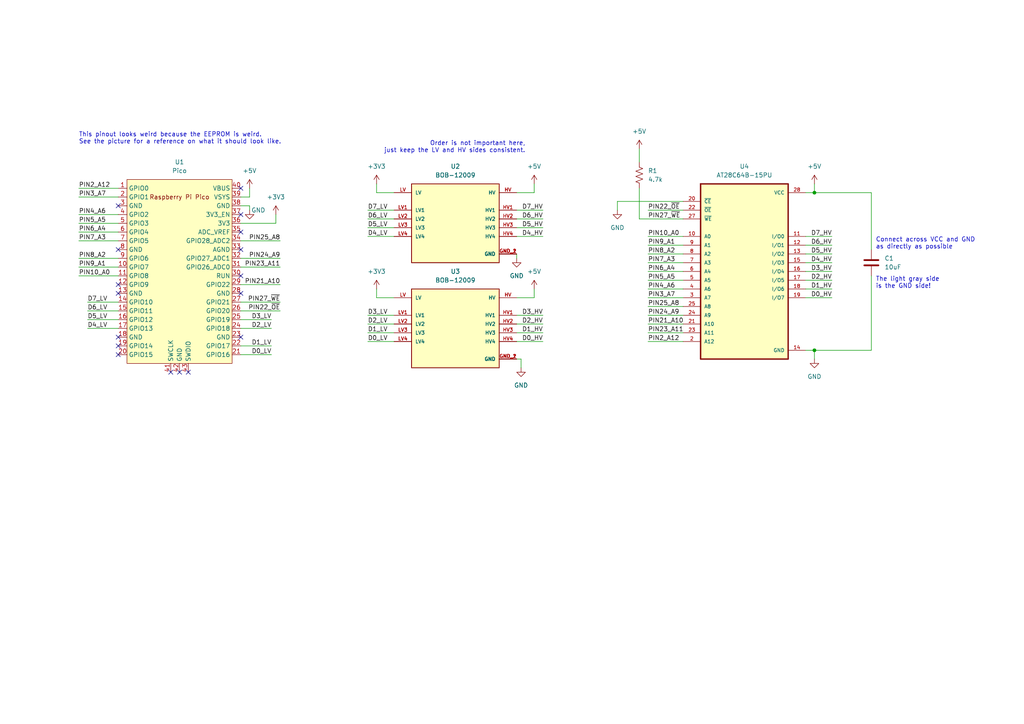
<source format=kicad_sch>
(kicad_sch (version 20230121) (generator eeschema)
  (paper "A4")
  (lib_symbols
    (symbol "AT28C64B-15PU:AT28C64B-15PU" (pin_names (offset 1.016))
      (property "Reference" "U" (at -12.7 26.4 0))
      (property "Value" "AT28C64B-15PU" (at -12.7 -29.4 0))
      (symbol "AT28C64B-15PU_0_0"
        (rectangle (start -12.7 -25.4) (end 12.7 25.4) (stroke (width 0.41)) (fill (type background)))
        (pin input line (at -17.78 10.16 0) (length 5.08) (name "A0") (number "10"))
        (pin bidirectional line (at 17.78 10.16 180) (length 5.08) (name "I/O0") (number "11"))
        (pin bidirectional line (at 17.78 7.62 180) (length 5.08) (name "I/O1") (number "12"))
        (pin bidirectional line (at 17.78 5.08 180) (length 5.08) (name "I/O2") (number "13"))
        (pin power_in line (at 17.78 -22.86 180) (length 5.08) (name "GND") (number "14"))
        (pin bidirectional line (at 17.78 2.54 180) (length 5.08) (name "I/O3") (number "15"))
        (pin bidirectional line (at 17.78 0 180) (length 5.08) (name "I/O4") (number "16"))
        (pin bidirectional line (at 17.78 -2.54 180) (length 5.08) (name "I/O5") (number "17"))
        (pin bidirectional line (at 17.78 -5.08 180) (length 5.08) (name "I/O6") (number "18"))
        (pin bidirectional line (at 17.78 -7.62 180) (length 5.08) (name "I/O7") (number "19"))
        (pin input line (at -17.78 -20.32 0) (length 5.08) (name "A12") (number "2"))
        (pin input line (at -17.78 20.32 0) (length 5.08) (name "~{CE}") (number "20"))
        (pin input line (at -17.78 -15.24 0) (length 5.08) (name "A10") (number "21"))
        (pin input line (at -17.78 17.78 0) (length 5.08) (name "~{OE}") (number "22"))
        (pin input line (at -17.78 -17.78 0) (length 5.08) (name "A11") (number "23"))
        (pin input line (at -17.78 -12.7 0) (length 5.08) (name "A9") (number "24"))
        (pin input line (at -17.78 -10.16 0) (length 5.08) (name "A8") (number "25"))
        (pin input line (at -17.78 15.24 0) (length 5.08) (name "~{WE}") (number "27"))
        (pin power_in line (at 17.78 22.86 180) (length 5.08) (name "VCC") (number "28"))
        (pin input line (at -17.78 -7.62 0) (length 5.08) (name "A7") (number "3"))
        (pin input line (at -17.78 -5.08 0) (length 5.08) (name "A6") (number "4"))
        (pin input line (at -17.78 -2.54 0) (length 5.08) (name "A5") (number "5"))
        (pin input line (at -17.78 0 0) (length 5.08) (name "A4") (number "6"))
        (pin input line (at -17.78 2.54 0) (length 5.08) (name "A3") (number "7"))
        (pin input line (at -17.78 5.08 0) (length 5.08) (name "A2") (number "8"))
        (pin input line (at -17.78 7.62 0) (length 5.08) (name "A1") (number "9"))
      )
    )
    (symbol "BOB-12009:BOB-12009" (pin_names (offset 1.016))
      (property "Reference" "U" (at -12.7 11.43 0))
      (property "Value" "BOB-12009" (at -12.7 -15.24 0))
      (symbol "BOB-12009_0_0"
        (rectangle (start -12.7 -12.7) (end 12.7 10.16) (stroke (width 0.254)) (fill (type background)))
        (pin power_in line (at 17.78 -10.16 180) (length 5.08) (name "GND") (number "GND_1"))
        (pin power_in line (at 17.78 -10.16 180) (length 5.08) (name "GND") (number "GND_2"))
        (pin bidirectional line (at 17.78 7.62 180) (length 5.08) (name "HV") (number "HV"))
        (pin bidirectional line (at 17.78 2.54 180) (length 5.08) (name "HV1") (number "HV1"))
        (pin bidirectional line (at 17.78 0 180) (length 5.08) (name "HV2") (number "HV2"))
        (pin bidirectional line (at 17.78 -2.54 180) (length 5.08) (name "HV3") (number "HV3"))
        (pin bidirectional line (at 17.78 -5.08 180) (length 5.08) (name "HV4") (number "HV4"))
        (pin bidirectional line (at -17.78 7.62 0) (length 5.08) (name "LV") (number "LV"))
        (pin bidirectional line (at -17.78 2.54 0) (length 5.08) (name "LV1") (number "LV1"))
        (pin bidirectional line (at -17.78 0 0) (length 5.08) (name "LV2") (number "LV2"))
        (pin bidirectional line (at -17.78 -2.54 0) (length 5.08) (name "LV3") (number "LV3"))
        (pin bidirectional line (at -17.78 -5.08 0) (length 5.08) (name "LV4") (number "LV4"))
      )
    )
    (symbol "Device:C" (pin_numbers hide) (pin_names (offset 0.254))
      (property "Reference" "C" (at 0.635 2.54 0))
      (property "Value" "C" (at 0.635 -2.54 0))
      (symbol "C_0_1"
        (polyline (pts (xy -2.032 -0.762) (xy 2.032 -0.762)) (stroke (width 0.508)))
        (polyline (pts (xy -2.032 0.762) (xy 2.032 0.762)) (stroke (width 0.508)))
      )
      (symbol "C_1_1"
        (pin passive line (at 0 3.81 270) (length 2.794) (name "~") (number "1"))
        (pin passive line (at 0 -3.81 90) (length 2.794) (name "~") (number "2"))
      )
    )
    (symbol "Device:R_US" (pin_numbers hide) (pin_names (offset 0))
      (property "Reference" "R" (at 2.54 0 90))
      (property "Value" "R_US" (at -2.54 0 90))
      (symbol "R_US_0_1"
        (polyline (pts (xy 0 -2.286) (xy 0 -2.54)))
        (polyline (pts (xy 0 2.286) (xy 0 2.54)))
        (polyline (pts (xy 0 -0.762) (xy 1.016 -1.143) (xy 0 -1.524) (xy -1.016 -1.905) (xy 0 -2.286)))
        (polyline (pts (xy 0 0.762) (xy 1.016 0.381) (xy 0 0) (xy -1.016 -0.381) (xy 0 -0.762)))
        (polyline (pts (xy 0 2.286) (xy 1.016 1.905) (xy 0 1.524) (xy -1.016 1.143) (xy 0 0.762)))
      )
      (symbol "R_US_1_1"
        (pin passive line (at 0 3.81 270) (length 1.27) (name "~") (number "1"))
        (pin passive line (at 0 -3.81 90) (length 1.27) (name "~") (number "2"))
      )
    )
    (symbol "MCU_RaspberryPi_and_Boards:Pico"
      (property "Reference" "U" (at -13.97 27.94 0))
      (property "Value" "Pico" (at 0 19.05 0))
      (symbol "Pico_0_0"
        (text "Raspberry Pi Pico" (at 0 21.59 0) (effects (font (size 1.27 1.27))))
      )
      (symbol "Pico_0_1"
        (rectangle (start -15.24 26.67) (end 15.24 -26.67) (fill (type background)))
      )
      (symbol "Pico_1_1"
        (pin bidirectional line (at -17.78 24.13 0) (length 2.54) (name "GPIO0") (number "1"))
        (pin bidirectional line (at -17.78 1.27 0) (length 2.54) (name "GPIO7") (number "10"))
        (pin bidirectional line (at -17.78 -1.27 0) (length 2.54) (name "GPIO8") (number "11"))
        (pin bidirectional line (at -17.78 -3.81 0) (length 2.54) (name "GPIO9") (number "12"))
        (pin power_in line (at -17.78 -6.35 0) (length 2.54) (name "GND") (number "13"))
        (pin bidirectional line (at -17.78 -8.89 0) (length 2.54) (name "GPIO10") (number "14"))
        (pin bidirectional line (at -17.78 -11.43 0) (length 2.54) (name "GPIO11") (number "15"))
        (pin bidirectional line (at -17.78 -13.97 0) (length 2.54) (name "GPIO12") (number "16"))
        (pin bidirectional line (at -17.78 -16.51 0) (length 2.54) (name "GPIO13") (number "17"))
        (pin power_in line (at -17.78 -19.05 0) (length 2.54) (name "GND") (number "18"))
        (pin bidirectional line (at -17.78 -21.59 0) (length 2.54) (name "GPIO14") (number "19"))
        (pin bidirectional line (at -17.78 21.59 0) (length 2.54) (name "GPIO1") (number "2"))
        (pin bidirectional line (at -17.78 -24.13 0) (length 2.54) (name "GPIO15") (number "20"))
        (pin bidirectional line (at 17.78 -24.13 180) (length 2.54) (name "GPIO16") (number "21"))
        (pin bidirectional line (at 17.78 -21.59 180) (length 2.54) (name "GPIO17") (number "22"))
        (pin power_in line (at 17.78 -19.05 180) (length 2.54) (name "GND") (number "23"))
        (pin bidirectional line (at 17.78 -16.51 180) (length 2.54) (name "GPIO18") (number "24"))
        (pin bidirectional line (at 17.78 -13.97 180) (length 2.54) (name "GPIO19") (number "25"))
        (pin bidirectional line (at 17.78 -11.43 180) (length 2.54) (name "GPIO20") (number "26"))
        (pin bidirectional line (at 17.78 -8.89 180) (length 2.54) (name "GPIO21") (number "27"))
        (pin power_in line (at 17.78 -6.35 180) (length 2.54) (name "GND") (number "28"))
        (pin bidirectional line (at 17.78 -3.81 180) (length 2.54) (name "GPIO22") (number "29"))
        (pin power_in line (at -17.78 19.05 0) (length 2.54) (name "GND") (number "3"))
        (pin input line (at 17.78 -1.27 180) (length 2.54) (name "RUN") (number "30"))
        (pin bidirectional line (at 17.78 1.27 180) (length 2.54) (name "GPIO26_ADC0") (number "31"))
        (pin bidirectional line (at 17.78 3.81 180) (length 2.54) (name "GPIO27_ADC1") (number "32"))
        (pin power_in line (at 17.78 6.35 180) (length 2.54) (name "AGND") (number "33"))
        (pin bidirectional line (at 17.78 8.89 180) (length 2.54) (name "GPIO28_ADC2") (number "34"))
        (pin power_in line (at 17.78 11.43 180) (length 2.54) (name "ADC_VREF") (number "35"))
        (pin power_in line (at 17.78 13.97 180) (length 2.54) (name "3V3") (number "36"))
        (pin input line (at 17.78 16.51 180) (length 2.54) (name "3V3_EN") (number "37"))
        (pin bidirectional line (at 17.78 19.05 180) (length 2.54) (name "GND") (number "38"))
        (pin power_in line (at 17.78 21.59 180) (length 2.54) (name "VSYS") (number "39"))
        (pin bidirectional line (at -17.78 16.51 0) (length 2.54) (name "GPIO2") (number "4"))
        (pin power_in line (at 17.78 24.13 180) (length 2.54) (name "VBUS") (number "40"))
        (pin input line (at -2.54 -29.21 90) (length 2.54) (name "SWCLK") (number "41"))
        (pin power_in line (at 0 -29.21 90) (length 2.54) (name "GND") (number "42"))
        (pin bidirectional line (at 2.54 -29.21 90) (length 2.54) (name "SWDIO") (number "43"))
        (pin bidirectional line (at -17.78 13.97 0) (length 2.54) (name "GPIO3") (number "5"))
        (pin bidirectional line (at -17.78 11.43 0) (length 2.54) (name "GPIO4") (number "6"))
        (pin bidirectional line (at -17.78 8.89 0) (length 2.54) (name "GPIO5") (number "7"))
        (pin power_in line (at -17.78 6.35 0) (length 2.54) (name "GND") (number "8"))
        (pin bidirectional line (at -17.78 3.81 0) (length 2.54) (name "GPIO6") (number "9"))
      )
    )
    (symbol "power:+3V3" (power) (pin_names (offset 0))
      (property "Value" "+3V3" (at 0 3.556 0))
      (symbol "+3V3_0_1"
        (polyline (pts (xy -0.762 1.27) (xy 0 2.54)))
        (polyline (pts (xy 0 0) (xy 0 2.54)))
        (polyline (pts (xy 0 2.54) (xy 0.762 1.27)))
      )
      (symbol "+3V3_1_1"
        (pin power_in line (at 0 0 90) (length 0) hide (name "+3V3") (number "1"))
      )
    )
    (symbol "power:+5V" (power) (pin_names (offset 0))
      (property "Value" "+5V" (at 0 3.556 0))
      (symbol "+5V_0_1"
        (polyline (pts (xy -0.762 1.27) (xy 0 2.54)))
        (polyline (pts (xy 0 0) (xy 0 2.54)))
        (polyline (pts (xy 0 2.54) (xy 0.762 1.27)))
      )
      (symbol "+5V_1_1"
        (pin power_in line (at 0 0 90) (length 0) hide (name "+5V") (number "1"))
      )
    )
    (symbol "power:GND" (power) (pin_names (offset 0))
      (property "Value" "GND" (at 0 -3.81 0))
      (symbol "GND_0_1"
        (polyline (pts (xy 0 0) (xy 0 -1.27) (xy 1.27 -1.27) (xy 0 -2.54) (xy -1.27 -1.27) (xy 0 -1.27)))
      )
      (symbol "GND_1_1"
        (pin power_in line (at 0 0 270) (length 0) hide (name "GND") (number "1"))
      )
    )
  )
  (junction (at 236.22 55.88))
  (junction (at 236.22 101.6))
  (no_connect (at 34.29 102.87))
  (no_connect (at 69.85 97.79))
  (no_connect (at 49.53 107.95))
  (no_connect (at 34.29 97.79))
  (no_connect (at 34.29 72.39))
  (no_connect (at 69.85 80.01))
  (no_connect (at 34.29 59.69))
  (no_connect (at 52.07 107.95))
  (no_connect (at 69.85 85.09))
  (no_connect (at 34.29 82.55))
  (no_connect (at 54.61 107.95))
  (no_connect (at 69.85 72.39))
  (no_connect (at 34.29 100.33))
  (no_connect (at 69.85 54.61))
  (no_connect (at 69.85 62.23))
  (no_connect (at 69.85 67.31))
  (no_connect (at 34.29 85.09))
  (wire (pts (xy 233.68 76.2) (xy 241.3 76.2)))
  (wire (pts (xy 22.86 80.01) (xy 34.29 80.01)))
  (wire (pts (xy 187.96 86.36) (xy 198.12 86.36)))
  (wire (pts (xy 22.86 54.61) (xy 34.29 54.61)))
  (wire (pts (xy 187.96 60.96) (xy 198.12 60.96)))
  (wire (pts (xy 69.85 59.69) (xy 72.39 59.69)))
  (wire (pts (xy 69.85 69.85) (xy 81.28 69.85)))
  (wire (pts (xy 233.68 86.36) (xy 241.3 86.36)))
  (wire (pts (xy 149.86 91.44) (xy 157.48 91.44)))
  (wire (pts (xy 69.85 87.63) (xy 81.28 87.63)))
  (wire (pts (xy 114.3 86.36) (xy 109.22 86.36)))
  (wire (pts (xy 187.96 73.66) (xy 198.12 73.66)))
  (wire (pts (xy 233.68 73.66) (xy 241.3 73.66)))
  (wire (pts (xy 233.68 68.58) (xy 241.3 68.58)))
  (wire (pts (xy 187.96 99.06) (xy 198.12 99.06)))
  (wire (pts (xy 233.68 83.82) (xy 241.3 83.82)))
  (wire (pts (xy 149.86 66.04) (xy 157.48 66.04)))
  (wire (pts (xy 106.68 99.06) (xy 114.3 99.06)))
  (wire (pts (xy 69.85 102.87) (xy 78.74 102.87)))
  (wire (pts (xy 149.86 68.58) (xy 157.48 68.58)))
  (wire (pts (xy 187.96 76.2) (xy 198.12 76.2)))
  (wire (pts (xy 187.96 96.52) (xy 198.12 96.52)))
  (wire (pts (xy 25.4 87.63) (xy 34.29 87.63)))
  (wire (pts (xy 233.68 71.12) (xy 241.3 71.12)))
  (wire (pts (xy 149.86 93.98) (xy 157.48 93.98)))
  (wire (pts (xy 198.12 58.42) (xy 179.07 58.42)))
  (wire (pts (xy 252.73 55.88) (xy 252.73 72.39)))
  (wire (pts (xy 25.4 92.71) (xy 34.29 92.71)))
  (wire (pts (xy 69.85 90.17) (xy 81.28 90.17)))
  (wire (pts (xy 233.68 55.88) (xy 236.22 55.88)))
  (wire (pts (xy 236.22 101.6) (xy 252.73 101.6)))
  (wire (pts (xy 69.85 92.71) (xy 78.74 92.71)))
  (wire (pts (xy 22.86 62.23) (xy 34.29 62.23)))
  (wire (pts (xy 185.42 43.18) (xy 185.42 46.99)))
  (wire (pts (xy 22.86 57.15) (xy 34.29 57.15)))
  (wire (pts (xy 25.4 95.25) (xy 34.29 95.25)))
  (wire (pts (xy 187.96 93.98) (xy 198.12 93.98)))
  (wire (pts (xy 109.22 83.82) (xy 109.22 86.36)))
  (wire (pts (xy 185.42 63.5) (xy 198.12 63.5)))
  (wire (pts (xy 187.96 83.82) (xy 198.12 83.82)))
  (wire (pts (xy 69.85 95.25) (xy 78.74 95.25)))
  (wire (pts (xy 236.22 55.88) (xy 252.73 55.88)))
  (wire (pts (xy 109.22 53.34) (xy 109.22 55.88)))
  (wire (pts (xy 106.68 93.98) (xy 114.3 93.98)))
  (wire (pts (xy 69.85 100.33) (xy 78.74 100.33)))
  (wire (pts (xy 106.68 63.5) (xy 114.3 63.5)))
  (wire (pts (xy 187.96 68.58) (xy 198.12 68.58)))
  (wire (pts (xy 233.68 81.28) (xy 241.3 81.28)))
  (wire (pts (xy 114.3 55.88) (xy 109.22 55.88)))
  (wire (pts (xy 151.13 104.14) (xy 151.13 106.68)))
  (wire (pts (xy 185.42 54.61) (xy 185.42 63.5)))
  (wire (pts (xy 236.22 101.6) (xy 236.22 104.14)))
  (wire (pts (xy 179.07 58.42) (xy 179.07 60.96)))
  (wire (pts (xy 106.68 96.52) (xy 114.3 96.52)))
  (wire (pts (xy 22.86 67.31) (xy 34.29 67.31)))
  (wire (pts (xy 187.96 91.44) (xy 198.12 91.44)))
  (wire (pts (xy 149.86 73.66) (xy 149.86 74.93)))
  (wire (pts (xy 69.85 74.93) (xy 81.28 74.93)))
  (wire (pts (xy 149.86 86.36) (xy 154.94 86.36)))
  (wire (pts (xy 106.68 68.58) (xy 114.3 68.58)))
  (wire (pts (xy 149.86 99.06) (xy 157.48 99.06)))
  (wire (pts (xy 149.86 104.14) (xy 151.13 104.14)))
  (wire (pts (xy 72.39 54.61) (xy 72.39 57.15)))
  (wire (pts (xy 149.86 55.88) (xy 154.94 55.88)))
  (wire (pts (xy 69.85 77.47) (xy 81.28 77.47)))
  (wire (pts (xy 25.4 90.17) (xy 34.29 90.17)))
  (wire (pts (xy 72.39 59.69) (xy 72.39 60.96)))
  (wire (pts (xy 22.86 69.85) (xy 34.29 69.85)))
  (wire (pts (xy 22.86 77.47) (xy 34.29 77.47)))
  (wire (pts (xy 236.22 53.34) (xy 236.22 55.88)))
  (wire (pts (xy 252.73 80.01) (xy 252.73 101.6)))
  (wire (pts (xy 233.68 78.74) (xy 241.3 78.74)))
  (wire (pts (xy 106.68 60.96) (xy 114.3 60.96)))
  (wire (pts (xy 187.96 81.28) (xy 198.12 81.28)))
  (wire (pts (xy 69.85 64.77) (xy 80.01 64.77)))
  (wire (pts (xy 187.96 71.12) (xy 198.12 71.12)))
  (wire (pts (xy 187.96 88.9) (xy 198.12 88.9)))
  (wire (pts (xy 149.86 96.52) (xy 157.48 96.52)))
  (wire (pts (xy 149.86 60.96) (xy 157.48 60.96)))
  (wire (pts (xy 106.68 91.44) (xy 114.3 91.44)))
  (wire (pts (xy 80.01 62.23) (xy 80.01 64.77)))
  (wire (pts (xy 233.68 101.6) (xy 236.22 101.6)))
  (wire (pts (xy 154.94 83.82) (xy 154.94 86.36)))
  (wire (pts (xy 22.86 74.93) (xy 34.29 74.93)))
  (wire (pts (xy 69.85 57.15) (xy 72.39 57.15)))
  (wire (pts (xy 149.86 63.5) (xy 157.48 63.5)))
  (wire (pts (xy 69.85 82.55) (xy 81.28 82.55)))
  (wire (pts (xy 106.68 66.04) (xy 114.3 66.04)))
  (wire (pts (xy 22.86 64.77) (xy 34.29 64.77)))
  (wire (pts (xy 187.96 78.74) (xy 198.12 78.74)))
  (wire (pts (xy 154.94 53.34) (xy 154.94 55.88)))
  (text "The light gray side\nis the GND side!" (at 254 83.82 0) (effects (font (size 1.27 1.27)) (justify left bottom)))
  (text "Order is not important here,\njust keep the LV and HV sides consistent." (at 152.4 44.45 0) (effects (font (size 1.27 1.27)) (justify right bottom)))
  (text "This pinout looks weird because the EEPROM is weird.\nSee the picture for a reference on what it should look like." (at 22.86 41.91 0) (effects (font (size 1.27 1.27)) (justify left bottom)))
  (text "Connect across VCC and GND\nas directly as possible" (at 254 72.39 0) (effects (font (size 1.27 1.27)) (justify left bottom)))
  (label "D5_LV" (at 25.4 92.71 0))
  (label "PIN23_A11" (at 81.28 77.47 180))
  (label "D7_HV" (at 241.3 68.58 180))
  (label "D1_LV" (at 106.68 96.52 0))
  (label "PIN8_A2" (at 22.86 74.93 0))
  (label "PIN4_A6" (at 22.86 62.23 0))
  (label "D7_LV" (at 106.68 60.96 0))
  (label "D4_LV" (at 25.4 95.25 0))
  (label "PIN24_A9" (at 81.28 74.93 180))
  (label "D6_LV" (at 106.68 63.5 0))
  (label "D3_LV" (at 106.68 91.44 0))
  (label "D2_LV" (at 106.68 93.98 0))
  (label "D0_LV" (at 78.74 102.87 180))
  (label "PIN3_A7" (at 187.96 86.36 0))
  (label "PIN8_A2" (at 187.96 73.66 0))
  (label "D4_LV" (at 106.68 68.58 0))
  (label "D3_LV" (at 78.74 92.71 180))
  (label "PIN10_A0" (at 22.86 80.01 0))
  (label "D1_HV" (at 157.48 96.52 180))
  (label "PIN7_A3" (at 187.96 76.2 0))
  (label "D1_HV" (at 241.3 83.82 180))
  (label "D6_HV" (at 157.48 63.5 180))
  (label "PIN6_A4" (at 187.96 78.74 0))
  (label "PIN9_A1" (at 187.96 71.12 0))
  (label "D2_HV" (at 241.3 81.28 180))
  (label "D5_HV" (at 241.3 73.66 180))
  (label "D4_HV" (at 241.3 76.2 180))
  (label "D0_LV" (at 106.68 99.06 0))
  (label "PIN4_A6" (at 187.96 83.82 0))
  (label "PIN6_A4" (at 22.86 67.31 0))
  (label "PIN3_A7" (at 22.86 57.15 0))
  (label "D7_HV" (at 157.48 60.96 180))
  (label "PIN24_A9" (at 187.96 91.44 0))
  (label "PIN21_A10" (at 187.96 93.98 0))
  (label "D5_LV" (at 106.68 66.04 0))
  (label "PIN2_A12" (at 22.86 54.61 0))
  (label "D7_LV" (at 25.4 87.63 0))
  (label "PIN2_A12" (at 187.96 99.06 0))
  (label "PIN27_~{WE}" (at 81.28 87.63 180))
  (label "PIN5_A5" (at 22.86 64.77 0))
  (label "D4_HV" (at 157.48 68.58 180))
  (label "PIN21_A10" (at 81.28 82.55 180))
  (label "PIN25_A8" (at 81.28 69.85 180))
  (label "PIN27_~{WE}" (at 187.96 63.5 0))
  (label "PIN22_~{OE}" (at 81.28 90.17 180))
  (label "D2_LV" (at 78.74 95.25 180))
  (label "D6_LV" (at 25.4 90.17 0))
  (label "D3_HV" (at 241.3 78.74 180))
  (label "D6_HV" (at 241.3 71.12 180))
  (label "D3_HV" (at 157.48 91.44 180))
  (label "PIN9_A1" (at 22.86 77.47 0))
  (label "PIN23_A11" (at 187.96 96.52 0))
  (label "PIN5_A5" (at 187.96 81.28 0))
  (label "D1_LV" (at 78.74 100.33 180))
  (label "D0_HV" (at 241.3 86.36 180))
  (label "PIN7_A3" (at 22.86 69.85 0))
  (label "D5_HV" (at 157.48 66.04 180))
  (label "D0_HV" (at 157.48 99.06 180))
  (label "PIN22_~{OE}" (at 187.96 60.96 0))
  (label "D2_HV" (at 157.48 93.98 180))
  (label "PIN10_A0" (at 187.96 68.58 0))
  (label "PIN25_A8" (at 187.96 88.9 0))
  (symbol (lib_id "power:+3V3") (at 109.22 83.82 0) (unit 1)
    (property "Reference" "#PWR02" (effects hide))
    (property "Value" "+3V3" (at 109.22 78.74 0))
  )
  (symbol (lib_id "BOB-12009:BOB-12009") (at 132.08 63.5 0) (unit 1)
    (property "Reference" "U2" (at 132.08 48.26 0))
    (property "Value" "BOB-12009" (at 132.08 50.8 0))
    (property "Footprint" "BOB-12009:CONV_BOB-12009" (effects hide))
    (property "DigiKey_Part_Number" "1568-1209-ND" (effects hide))
    (property "MF" "SparkFun" (effects hide))
    (property "MAXIMUM_PACKAGE_HEIGHT" "N/A" (effects hide))
    (property "Package" "None" (effects hide))
    (property "Check_prices" "https://www.snapeda.com/parts/BOB-12009/SparkFun+Electronics/view-part/?ref=eda" (effects hide))
    (property "STANDARD" "Manufacturer Recommendations" (effects hide))
    (property "PARTREV" "01" (effects hide))
    (property "SnapEDA_Link" "https://www.snapeda.com/parts/BOB-12009/SparkFun+Electronics/view-part/?ref=snap" (effects hide))
    (property "MP" "BOB-12009" (effects hide))
    (property "Purchase-URL" "https://www.snapeda.com/api/url_track_click_mouser/?unipart_id=551764&manufacturer=SparkFun&part_name=BOB-12009&search_term=None" (effects hide))
    (property "Description" "\nBSS138 Logic-Level Translator Interface Evaluation Board\n" (effects hide))
    (property "MANUFACTURER" "SparkFun Electronics" (effects hide))
  )
  (symbol (lib_id "power:+5V") (at 236.22 53.34 0) (unit 1)
    (property "Reference" "#PWR09" (effects hide))
    (property "Value" "+5V" (at 236.22 48.26 0))
  )
  (symbol (lib_id "power:+5V") (at 154.94 83.82 0) (unit 1)
    (property "Reference" "#PWR04" (effects hide))
    (property "Value" "+5V" (at 154.94 78.74 0))
  )
  (symbol (lib_id "power:GND") (at 72.39 60.96 0) (unit 1)
    (property "Reference" "#PWR06" (effects hide))
    (property "Value" "GND" (at 74.93 60.96 0))
  )
  (symbol (lib_id "power:+5V") (at 154.94 53.34 0) (unit 1)
    (property "Reference" "#PWR03" (effects hide))
    (property "Value" "+5V" (at 154.94 48.26 0))
  )
  (symbol (lib_id "power:+3V3") (at 80.01 62.23 0) (unit 1)
    (property "Reference" "#PWR07" (effects hide))
    (property "Value" "+3V3" (at 80.01 57.15 0))
  )
  (symbol (lib_id "power:+3V3") (at 109.22 53.34 0) (unit 1)
    (property "Reference" "#PWR01" (effects hide))
    (property "Value" "+3V3" (at 109.22 48.26 0))
  )
  (symbol (lib_id "power:GND") (at 149.86 74.93 0) (unit 1)
    (property "Reference" "#PWR010" (effects hide))
    (property "Value" "GND" (at 149.86 80.01 0))
  )
  (symbol (lib_id "Device:C") (at 252.73 76.2 0) (unit 1)
    (property "Reference" "C1" (at 256.54 74.93 0) (effects (justify left)))
    (property "Value" "10uF" (at 256.54 77.47 0) (effects (justify left)))
  )
  (symbol (lib_id "BOB-12009:BOB-12009") (at 132.08 93.98 0) (unit 1)
    (property "Reference" "U3" (at 132.08 78.74 0))
    (property "Value" "BOB-12009" (at 132.08 81.28 0))
    (property "Footprint" "BOB-12009:CONV_BOB-12009" (effects hide))
    (property "DigiKey_Part_Number" "1568-1209-ND" (effects hide))
    (property "MF" "SparkFun" (effects hide))
    (property "MAXIMUM_PACKAGE_HEIGHT" "N/A" (effects hide))
    (property "Package" "None" (effects hide))
    (property "Check_prices" "https://www.snapeda.com/parts/BOB-12009/SparkFun+Electronics/view-part/?ref=eda" (effects hide))
    (property "STANDARD" "Manufacturer Recommendations" (effects hide))
    (property "PARTREV" "01" (effects hide))
    (property "SnapEDA_Link" "https://www.snapeda.com/parts/BOB-12009/SparkFun+Electronics/view-part/?ref=snap" (effects hide))
    (property "MP" "BOB-12009" (effects hide))
    (property "Purchase-URL" "https://www.snapeda.com/api/url_track_click_mouser/?unipart_id=551764&manufacturer=SparkFun&part_name=BOB-12009&search_term=None" (effects hide))
    (property "Description" "\nBSS138 Logic-Level Translator Interface Evaluation Board\n" (effects hide))
    (property "MANUFACTURER" "SparkFun Electronics" (effects hide))
  )
  (symbol (lib_id "power:+5V") (at 185.42 43.18 0) (unit 1)
    (property "Reference" "#PWR013" (effects hide))
    (property "Value" "+5V" (at 185.42 38.1 0))
  )
  (symbol (lib_id "power:GND") (at 151.13 106.68 0) (unit 1)
    (property "Reference" "#PWR011" (effects hide))
    (property "Value" "GND" (at 151.13 111.76 0))
  )
  (symbol (lib_id "power:GND") (at 179.07 60.96 0) (unit 1)
    (property "Reference" "#PWR012" (effects hide))
    (property "Value" "GND" (at 179.07 66.04 0))
  )
  (symbol (lib_id "MCU_RaspberryPi_and_Boards:Pico") (at 52.07 78.74 0) (unit 1)
    (property "Reference" "U1" (at 52.07 46.99 0))
    (property "Value" "Pico" (at 52.07 49.53 0))
    (property "Footprint" "RPi_Pico:RPi_Pico_SMD_TH" (effects hide))
  )
  (symbol (lib_id "Device:R_US") (at 185.42 50.8 0) (unit 1)
    (property "Reference" "R1" (at 187.96 49.53 0) (effects (justify left)))
    (property "Value" "4.7k" (at 187.96 52.07 0) (effects (justify left)))
  )
  (symbol (lib_id "power:+5V") (at 72.39 54.61 0) (unit 1)
    (property "Reference" "#PWR05" (effects hide))
    (property "Value" "+5V" (at 72.39 49.53 0))
  )
  (symbol (lib_id "AT28C64B-15PU:AT28C64B-15PU") (at 215.9 78.74 0) (unit 1)
    (property "Reference" "U4" (at 215.9 48.26 0))
    (property "Value" "AT28C64B-15PU" (at 215.9 50.8 0))
    (property "Footprint" "AT28C64B-15PU:DIP1555W45P254L3733H482Q28" (effects hide))
    (property "MF" "Microchip" (effects hide))
    (property "MAXIMUM_PACKAGE_HEIGHT" "4.826 mm" (effects hide))
    (property "Package" "DIP-28 Atmel" (effects hide))
    (property "Price" "None" (effects hide))
    (property "Check_prices" "https://www.snapeda.com/parts/AT28C64B-15PU/Microchip/view-part/?ref=eda" (effects hide))
    (property "STANDARD" "IPC 7351B" (effects hide))
    (property "PARTREV" "B" (effects hide))
    (property "SnapEDA_Link" "https://www.snapeda.com/parts/AT28C64B-15PU/Microchip/view-part/?ref=snap" (effects hide))
    (property "MP" "AT28C64B-15PU" (effects hide))
    (property "Purchase-URL" "https://www.snapeda.com/api/url_track_click_mouser/?unipart_id=290407&manufacturer=Microchip&part_name=AT28C64B-15PU&search_term=None" (effects hide))
    (property "Description" "\nAT28C64B-15PU Parallel EEPROM Memory, 64kbit, 150ns, 4.5 to 5.5 V 28-Pin PDIP | Microchip Technology Inc. AT28C64B-15PU\n" (effects hide))
    (property "Availability" "In Stock" (effects hide))
    (property "MANUFACTURER" "Microchip Technology" (effects hide))
  )
  (symbol (lib_id "power:GND") (at 236.22 104.14 0) (unit 1)
    (property "Reference" "#PWR08" (effects hide))
    (property "Value" "GND" (at 236.22 109.22 0))
  )
)
</source>
